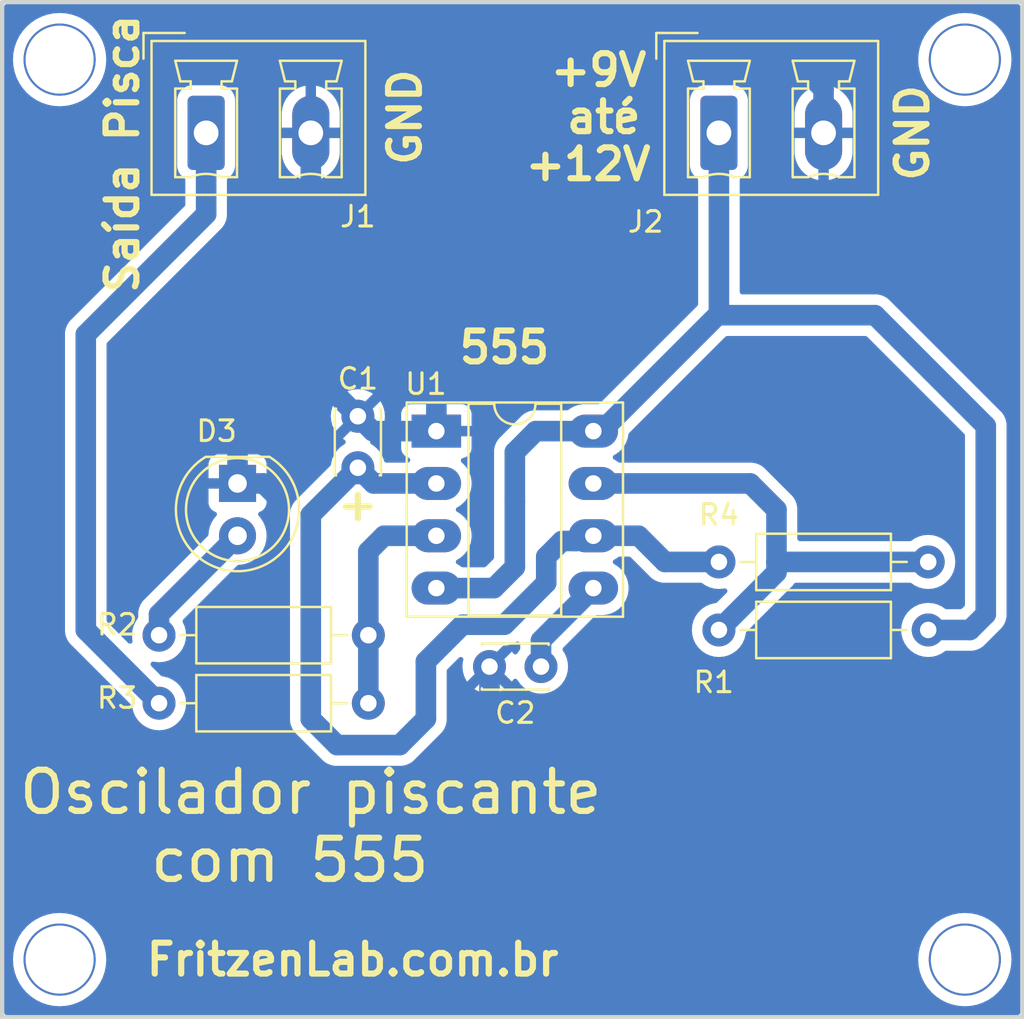
<source format=kicad_pcb>
(kicad_pcb (version 20240108) (generator "pcbnew") (generator_version "8.0")
  (layers (0 "F.Cu" signal) (31 "B.Cu" signal) (34 "B.Paste" user) (35 "F.Paste" user) (36 "B.SilkS" user "B.Silkscreen") (37 "F.SilkS" user "F.Silkscreen") (38 "B.Mask" user) (39 "F.Mask" user) (44 "Edge.Cuts" user))
  (net 0 "")
  (net 1 "VDC")
  (net 2 "Net-(U1-THR)")
  (net 3 "Net-(U1-CV)")
  (net 4 "Net-(D3-A)")
  (net 5 "Net-(J1-Pin_1)")
  (net 6 "GND")
  (net 7 "Net-(U1-DIS)")
  (net 8 "Net-(U1-Q)")
  (footprint "Resistor_THT:R_Axial_DIN0207_L6.3mm_D2.5mm_P10.16mm_Horizontal" (layer "F.Cu") (at 123.698 114.808)
    (property "Reference" "R2" (at -2.032 -0.508 0) (layer "F.SilkS"))
    (property "Value" "1k")
    (fp_line (start 1.04 0) (end 1.81 0) (stroke (width 0.12)) (layer "F.SilkS"))
    (fp_line (start 1.81 -1.37) (end 1.81 1.37) (stroke (width 0.12)) (layer "F.SilkS"))
    (fp_line (start 1.81 1.37) (end 8.35 1.37) (stroke (width 0.12)) (layer "F.SilkS"))
    (fp_line (start 8.35 -1.37) (end 1.81 -1.37) (stroke (width 0.12)) (layer "F.SilkS"))
    (fp_line (start 8.35 1.37) (end 8.35 -1.37) (stroke (width 0.12)) (layer "F.SilkS"))
    (fp_line (start 9.12 0) (end 8.35 0) (stroke (width 0.12)) (layer "F.SilkS"))
    (pad "1" thru_hole circle (at 0 0) (size 1.6 1.6) (drill 0.8) (layers "*.Cu" "*.Mask") (net 4 "Net-(D3-A)"))
    (pad "2" thru_hole oval (at 10.16 0) (size 1.6 1.6) (drill 0.8) (layers "*.Cu" "*.Mask") (net 8 "Net-(U1-Q)"))
  )
  (footprint "Resistor_THT:R_Axial_DIN0207_L6.3mm_D2.5mm_P10.16mm_Horizontal" (layer "F.Cu") (at 161.036 111.252 180)
    (property "Reference" "R4" (at 10.16 2.286 180) (layer "F.SilkS"))
    (property "Value" "1k")
    (fp_line (start 9.12 0) (end 8.35 0) (stroke (width 0.12)) (layer "F.SilkS"))
    (fp_line (start 8.35 1.37) (end 8.35 -1.37) (stroke (width 0.12)) (layer "F.SilkS"))
    (fp_line (start 8.35 -1.37) (end 1.81 -1.37) (stroke (width 0.12)) (layer "F.SilkS"))
    (fp_line (start 1.81 1.37) (end 8.35 1.37) (stroke (width 0.12)) (layer "F.SilkS"))
    (fp_line (start 1.81 -1.37) (end 1.81 1.37) (stroke (width 0.12)) (layer "F.SilkS"))
    (fp_line (start 1.04 0) (end 1.81 0) (stroke (width 0.12)) (layer "F.SilkS"))
    (pad "1" thru_hole circle (at 0 0 180) (size 1.6 1.6) (drill 0.8) (layers "*.Cu" "*.Mask") (net 7 "Net-(U1-DIS)"))
    (pad "2" thru_hole oval (at 10.16 0 180) (size 1.6 1.6) (drill 0.8) (layers "*.Cu" "*.Mask") (net 2 "Net-(U1-THR)"))
  )
  (footprint "Connector_Phoenix_MC_HighVoltage:PhoenixContact_MCV_1,5_2-G-5.08_1x02_P5.08mm_Vertical" (layer "F.Cu") (at 125.984 90.424)
    (property "Reference" "J1" (at 7.366 4.064 0) (layer "F.SilkS"))
    (property "Value" "Saída Piscante")
    (fp_line (start -3.04 -4.85) (end -1.04 -4.85) (stroke (width 0.12)) (layer "F.SilkS"))
    (fp_line (start -3.04 -3.6) (end -3.04 -4.85) (stroke (width 0.12)) (layer "F.SilkS"))
    (fp_line (start -2.65 -4.46) (end -2.65 3.01) (stroke (width 0.12)) (layer "F.SilkS"))
    (fp_line (start -2.65 3.01) (end 7.73 3.01) (stroke (width 0.12)) (layer "F.SilkS"))
    (fp_line (start -1.5 -3.5) (end 1.5 -3.5) (stroke (width 0.12)) (layer "F.SilkS"))
    (fp_line (start -1.5 -2.15) (end -0.75 -2.15) (stroke (width 0.12)) (layer "F.SilkS"))
    (fp_line (start -1.5 2.15) (end -1.5 -2.15) (stroke (width 0.12)) (layer "F.SilkS"))
    (fp_line (start -1.25 -2.5) (end -1.5 -3.5) (stroke (width 0.12)) (layer "F.SilkS"))
    (fp_line (start -0.75 -2.5) (end -1.25 -2.5) (stroke (width 0.12)) (layer "F.SilkS"))
    (fp_line (start -0.75 -2.15) (end -0.75 -2.5) (stroke (width 0.12)) (layer "F.SilkS"))
    (fp_line (start -0.75 2.15) (end -1.5 2.15) (stroke (width 0.12)) (layer "F.SilkS"))
    (fp_line (start 0.75 -2.5) (end 0.75 -2.15) (stroke (width 0.12)) (layer "F.SilkS"))
    (fp_line (start 0.75 -2.15) (end 1.5 -2.15) (stroke (width 0.12)) (layer "F.SilkS"))
    (fp_line (start 1.25 -2.5) (end 0.75 -2.5) (stroke (width 0.12)) (layer "F.SilkS"))
    (fp_line (start 1.5 -3.5) (end 1.25 -2.5) (stroke (width 0.12)) (layer "F.SilkS"))
    (fp_line (start 1.5 -2.15) (end 1.5 2.15) (stroke (width 0.12)) (layer "F.SilkS"))
    (fp_line (start 1.5 2.15) (end 0.75 2.15) (stroke (width 0.12)) (layer "F.SilkS"))
    (fp_line (start 3.58 -3.5) (end 6.58 -3.5) (stroke (width 0.12)) (layer "F.SilkS"))
    (fp_line (start 3.58 -2.15) (end 4.33 -2.15) (stroke (width 0.12)) (layer "F.SilkS"))
    (fp_line (start 3.58 2.15) (end 3.58 -2.15) (stroke (width 0.12)) (layer "F.SilkS"))
    (fp_line (start 3.83 -2.5) (end 3.58 -3.5) (stroke (width 0.12)) (layer "F.SilkS"))
    (fp_line (start 4.33 -2.5) (end 3.83 -2.5) (stroke (width 0.12)) (layer "F.SilkS"))
    (fp_line (start 4.33 -2.15) (end 4.33 -2.5) (stroke (width 0.12)) (layer "F.SilkS"))
    (fp_line (start 4.33 2.15) (end 3.58 2.15) (stroke (width 0.12)) (layer "F.SilkS"))
    (fp_line (start 5.83 -2.5) (end 5.83 -2.15) (stroke (width 0.12)) (layer "F.SilkS"))
    (fp_line (start 5.83 -2.15) (end 6.58 -2.15) (stroke (width 0.12)) (layer "F.SilkS"))
    (fp_line (start 6.33 -2.5) (end 5.83 -2.5) (stroke (width 0.12)) (layer "F.SilkS"))
    (fp_line (start 6.58 -3.5) (end 6.33 -2.5) (stroke (width 0.12)) (layer "F.SilkS"))
    (fp_line (start 6.58 -2.15) (end 6.58 2.15) (stroke (width 0.12)) (layer "F.SilkS"))
    (fp_line (start 6.58 2.15) (end 5.83 2.15) (stroke (width 0.12)) (layer "F.SilkS"))
    (fp_line (start 7.73 -4.46) (end -2.65 -4.46) (stroke (width 0.12)) (layer "F.SilkS"))
    (fp_line (start 7.73 3.01) (end 7.73 -4.46) (stroke (width 0.12)) (layer "F.SilkS"))
    (fp_arc (start -0.75 2.15) (mid -0.000193 1.99191) (end 0.749647 2.149844) (stroke (width 0.12)) (layer "F.SilkS"))
    (fp_arc (start 4.33 2.15) (mid 5.079807 1.99191) (end 5.829647 2.149844) (stroke (width 0.12)) (layer "F.SilkS"))
    (pad "1" thru_hole roundrect (at 0 0) (size 1.8 3.6) (drill 1.2) (layers "*.Cu" "*.Mask") (roundrect_rratio 0.138889) (net 5 "Net-(J1-Pin_1)"))
    (pad "2" thru_hole oval (at 5.08 0) (size 1.8 3.6) (drill 1.2) (layers "*.Cu" "*.Mask") (net 6 "GND"))
  )
  (footprint "Connector_Phoenix_MC_HighVoltage:PhoenixContact_MCV_1,5_2-G-5.08_1x02_P5.08mm_Vertical" (layer "F.Cu") (at 150.876 90.424)
    (property "Reference" "J2" (at -3.556 4.318 0) (layer "F.SilkS"))
    (property "Value" "Alimentação")
    (fp_line (start -3.04 -4.85) (end -1.04 -4.85) (stroke (width 0.12)) (layer "F.SilkS"))
    (fp_line (start -3.04 -3.6) (end -3.04 -4.85) (stroke (width 0.12)) (layer "F.SilkS"))
    (fp_line (start -2.65 -4.46) (end -2.65 3.01) (stroke (width 0.12)) (layer "F.SilkS"))
    (fp_line (start -2.65 3.01) (end 7.73 3.01) (stroke (width 0.12)) (layer "F.SilkS"))
    (fp_line (start -1.5 -3.5) (end 1.5 -3.5) (stroke (width 0.12)) (layer "F.SilkS"))
    (fp_line (start -1.5 -2.15) (end -0.75 -2.15) (stroke (width 0.12)) (layer "F.SilkS"))
    (fp_line (start -1.5 2.15) (end -1.5 -2.15) (stroke (width 0.12)) (layer "F.SilkS"))
    (fp_line (start -1.25 -2.5) (end -1.5 -3.5) (stroke (width 0.12)) (layer "F.SilkS"))
    (fp_line (start -0.75 -2.5) (end -1.25 -2.5) (stroke (width 0.12)) (layer "F.SilkS"))
    (fp_line (start -0.75 -2.15) (end -0.75 -2.5) (stroke (width 0.12)) (layer "F.SilkS"))
    (fp_line (start -0.75 2.15) (end -1.5 2.15) (stroke (width 0.12)) (layer "F.SilkS"))
    (fp_line (start 0.75 -2.5) (end 0.75 -2.15) (stroke (width 0.12)) (layer "F.SilkS"))
    (fp_line (start 0.75 -2.15) (end 1.5 -2.15) (stroke (width 0.12)) (layer "F.SilkS"))
    (fp_line (start 1.25 -2.5) (end 0.75 -2.5) (stroke (width 0.12)) (layer "F.SilkS"))
    (fp_line (start 1.5 -3.5) (end 1.25 -2.5) (stroke (width 0.12)) (layer "F.SilkS"))
    (fp_line (start 1.5 -2.15) (end 1.5 2.15) (stroke (width 0.12)) (layer "F.SilkS"))
    (fp_line (start 1.5 2.15) (end 0.75 2.15) (stroke (width 0.12)) (layer "F.SilkS"))
    (fp_line (start 3.58 -3.5) (end 6.58 -3.5) (stroke (width 0.12)) (layer "F.SilkS"))
    (fp_line (start 3.58 -2.15) (end 4.33 -2.15) (stroke (width 0.12)) (layer "F.SilkS"))
    (fp_line (start 3.58 2.15) (end 3.58 -2.15) (stroke (width 0.12)) (layer "F.SilkS"))
    (fp_line (start 3.83 -2.5) (end 3.58 -3.5) (stroke (width 0.12)) (layer "F.SilkS"))
    (fp_line (start 4.33 -2.5) (end 3.83 -2.5) (stroke (width 0.12)) (layer "F.SilkS"))
    (fp_line (start 4.33 -2.15) (end 4.33 -2.5) (stroke (width 0.12)) (layer "F.SilkS"))
    (fp_line (start 4.33 2.15) (end 3.58 2.15) (stroke (width 0.12)) (layer "F.SilkS"))
    (fp_line (start 5.83 -2.5) (end 5.83 -2.15) (stroke (width 0.12)) (layer "F.SilkS"))
    (fp_line (start 5.83 -2.15) (end 6.58 -2.15) (stroke (width 0.12)) (layer "F.SilkS"))
    (fp_line (start 6.33 -2.5) (end 5.83 -2.5) (stroke (width 0.12)) (layer "F.SilkS"))
    (fp_line (start 6.58 -3.5) (end 6.33 -2.5) (stroke (width 0.12)) (layer "F.SilkS"))
    (fp_line (start 6.58 -2.15) (end 6.58 2.15) (stroke (width 0.12)) (layer "F.SilkS"))
    (fp_line (start 6.58 2.15) (end 5.83 2.15) (stroke (width 0.12)) (layer "F.SilkS"))
    (fp_line (start 7.73 -4.46) (end -2.65 -4.46) (stroke (width 0.12)) (layer "F.SilkS"))
    (fp_line (start 7.73 3.01) (end 7.73 -4.46) (stroke (width 0.12)) (layer "F.SilkS"))
    (fp_arc (start -0.75 2.15) (mid -0.000193 1.99191) (end 0.749647 2.149844) (stroke (width 0.12)) (layer "F.SilkS"))
    (fp_arc (start 4.33 2.15) (mid 5.079807 1.99191) (end 5.829647 2.149844) (stroke (width 0.12)) (layer "F.SilkS"))
    (pad "1" thru_hole roundrect (at 0 0) (size 1.8 3.6) (drill 1.2) (layers "*.Cu" "*.Mask") (roundrect_rratio 0.138889) (net 1 "VDC"))
    (pad "2" thru_hole oval (at 5.08 0) (size 1.8 3.6) (drill 1.2) (layers "*.Cu" "*.Mask") (net 6 "GND"))
  )
  (footprint "Resistor_THT:R_Axial_DIN0207_L6.3mm_D2.5mm_P10.16mm_Horizontal" (layer "F.Cu") (at 161.036 114.554 180)
    (property "Reference" "R1" (at 10.414 -2.54 180) (layer "F.SilkS"))
    (property "Value" "1k")
    (fp_line (start 9.12 0) (end 8.35 0) (stroke (width 0.12)) (layer "F.SilkS"))
    (fp_line (start 8.35 1.37) (end 8.35 -1.37) (stroke (width 0.12)) (layer "F.SilkS"))
    (fp_line (start 8.35 -1.37) (end 1.81 -1.37) (stroke (width 0.12)) (layer "F.SilkS"))
    (fp_line (start 1.81 1.37) (end 8.35 1.37) (stroke (width 0.12)) (layer "F.SilkS"))
    (fp_line (start 1.81 -1.37) (end 1.81 1.37) (stroke (width 0.12)) (layer "F.SilkS"))
    (fp_line (start 1.04 0) (end 1.81 0) (stroke (width 0.12)) (layer "F.SilkS"))
    (pad "1" thru_hole circle (at 0 0 180) (size 1.6 1.6) (drill 0.8) (layers "*.Cu" "*.Mask") (net 1 "VDC"))
    (pad "2" thru_hole oval (at 10.16 0 180) (size 1.6 1.6) (drill 0.8) (layers "*.Cu" "*.Mask") (net 7 "Net-(U1-DIS)"))
  )
  (footprint "Resistor_THT:R_Axial_DIN0207_L6.3mm_D2.5mm_P10.16mm_Horizontal" (layer "F.Cu") (at 123.698 118.11)
    (property "Reference" "R3" (at -2.032 -0.254 0) (layer "F.SilkS"))
    (property "Value" "470r")
    (fp_line (start 1.04 0) (end 1.81 0) (stroke (width 0.12)) (layer "F.SilkS"))
    (fp_line (start 1.81 -1.37) (end 1.81 1.37) (stroke (width 0.12)) (layer "F.SilkS"))
    (fp_line (start 1.81 1.37) (end 8.35 1.37) (stroke (width 0.12)) (layer "F.SilkS"))
    (fp_line (start 8.35 -1.37) (end 1.81 -1.37) (stroke (width 0.12)) (layer "F.SilkS"))
    (fp_line (start 8.35 1.37) (end 8.35 -1.37) (stroke (width 0.12)) (layer "F.SilkS"))
    (fp_line (start 9.12 0) (end 8.35 0) (stroke (width 0.12)) (layer "F.SilkS"))
    (pad "1" thru_hole circle (at 0 0) (size 1.6 1.6) (drill 0.8) (layers "*.Cu" "*.Mask") (net 5 "Net-(J1-Pin_1)"))
    (pad "2" thru_hole oval (at 10.16 0) (size 1.6 1.6) (drill 0.8) (layers "*.Cu" "*.Mask") (net 8 "Net-(U1-Q)"))
  )
  (footprint "Package_DIP:DIP-8_W7.62mm_Socket_LongPads" (layer "F.Cu") (at 137.16 104.902)
    (property "Reference" "U1" (at -0.508 -2.286 0) (layer "F.SilkS"))
    (property "Value" "NE555")
    (fp_line (start -1.44 -1.39) (end -1.44 9.01) (stroke (width 0.12)) (layer "F.SilkS"))
    (fp_line (start -1.44 9.01) (end 9.06 9.01) (stroke (width 0.12)) (layer "F.SilkS"))
    (fp_line (start 1.56 -1.33) (end 1.56 8.95) (stroke (width 0.12)) (layer "F.SilkS"))
    (fp_line (start 1.56 8.95) (end 6.06 8.95) (stroke (width 0.12)) (layer "F.SilkS"))
    (fp_line (start 2.81 -1.33) (end 1.56 -1.33) (stroke (width 0.12)) (layer "F.SilkS"))
    (fp_line (start 6.06 -1.33) (end 4.81 -1.33) (stroke (width 0.12)) (layer "F.SilkS"))
    (fp_line (start 6.06 8.95) (end 6.06 -1.33) (stroke (width 0.12)) (layer "F.SilkS"))
    (fp_line (start 9.06 -1.39) (end -1.44 -1.39) (stroke (width 0.12)) (layer "F.SilkS"))
    (fp_line (start 9.06 9.01) (end 9.06 -1.39) (stroke (width 0.12)) (layer "F.SilkS"))
    (fp_arc (start 4.81 -1.33) (mid 3.81 -0.33) (end 2.81 -1.33) (stroke (width 0.12)) (layer "F.SilkS"))
    (pad "1" thru_hole rect (at 0 0) (size 2.4 1.6) (drill 0.8) (layers "*.Cu" "*.Mask") (net 6 "GND"))
    (pad "2" thru_hole oval (at 0 2.54) (size 2.4 1.6) (drill 0.8) (layers "*.Cu" "*.Mask") (net 2 "Net-(U1-THR)"))
    (pad "3" thru_hole oval (at 0 5.08) (size 2.4 1.6) (drill 0.8) (layers "*.Cu" "*.Mask") (net 8 "Net-(U1-Q)"))
    (pad "4" thru_hole oval (at 0 7.62) (size 2.4 1.6) (drill 0.8) (layers "*.Cu" "*.Mask") (net 1 "VDC"))
    (pad "5" thru_hole oval (at 7.62 7.62) (size 2.4 1.6) (drill 0.8) (layers "*.Cu" "*.Mask") (net 3 "Net-(U1-CV)"))
    (pad "6" thru_hole oval (at 7.62 5.08) (size 2.4 1.6) (drill 0.8) (layers "*.Cu" "*.Mask") (net 2 "Net-(U1-THR)"))
    (pad "7" thru_hole oval (at 7.62 2.54) (size 2.4 1.6) (drill 0.8) (layers "*.Cu" "*.Mask") (net 7 "Net-(U1-DIS)"))
    (pad "8" thru_hole oval (at 7.62 0) (size 2.4 1.6) (drill 0.8) (layers "*.Cu" "*.Mask") (net 1 "VDC"))
  )
  (footprint "LED_THT:LED_D5.0mm_Clear" (layer "F.Cu") (at 127.508 107.442 -90)
    (property "Reference" "D3" (at -2.54 1.016 0) (layer "F.SilkS"))
    (property "Value" "LED Verm.")
    (fp_line (start -1.29 -1.545) (end -1.29 1.545) (stroke (width 0.12)) (layer "F.SilkS"))
    (fp_arc (start 4.26 -0.000462) (mid 2.072002 2.880433) (end -1.29 1.54483) (stroke (width 0.12)) (layer "F.SilkS"))
    (fp_arc (start -1.29 -1.54483) (mid 2.072002 -2.880433) (end 4.26 0.000462) (stroke (width 0.12)) (layer "F.SilkS"))
    (fp_circle (center 1.27 0) (end 3.77 0) (stroke (width 0.12)) (fill none) (layer "F.SilkS"))
    (pad "1" thru_hole rect (at 0 0 270) (size 1.8 1.8) (drill 0.9) (layers "*.Cu" "*.Mask") (net 6 "GND"))
    (pad "2" thru_hole circle (at 2.54 0 270) (size 1.8 1.8) (drill 0.9) (layers "*.Cu" "*.Mask") (net 4 "Net-(D3-A)"))
  )
  (footprint "Capacitor_THT:C_Disc_D3.0mm_W2.0mm_P2.50mm" (layer "F.Cu") (at 133.35 106.68 90)
    (property "Reference" "C1" (at 4.318 0 180) (layer "F.SilkS"))
    (property "Value" "100n")
    (fp_line (start 2.87 -1.12) (end 2.87 -1.055) (stroke (width 0.12)) (layer "F.SilkS"))
    (fp_line (start -0.37 -1.12) (end 2.87 -1.12) (stroke (width 0.12)) (layer "F.SilkS"))
    (fp_line (start -0.37 -1.12) (end -0.37 -1.055) (stroke (width 0.12)) (layer "F.SilkS"))
    (fp_line (start 2.87 1.055) (end 2.87 1.12) (stroke (width 0.12)) (layer "F.SilkS"))
    (fp_line (start -0.37 1.055) (end -0.37 1.12) (stroke (width 0.12)) (layer "F.SilkS"))
    (fp_line (start -0.37 1.12) (end 2.87 1.12) (stroke (width 0.12)) (layer "F.SilkS"))
    (pad "1" thru_hole circle (at 0 0 90) (size 1.6 1.6) (drill 0.8) (layers "*.Cu" "*.Mask") (net 2 "Net-(U1-THR)"))
    (pad "2" thru_hole circle (at 2.5 0 90) (size 1.6 1.6) (drill 0.8) (layers "*.Cu" "*.Mask") (net 6 "GND"))
  )
  (footprint "Capacitor_THT:C_Disc_D3.0mm_W2.0mm_P2.50mm" (layer "F.Cu") (at 142.24 116.332 180)
    (property "Reference" "C2" (at 1.25 -2.25 180) (layer "F.SilkS"))
    (property "Value" "100n")
    (fp_line (start 2.87 1.055) (end 2.87 1.12) (stroke (width 0.12)) (layer "F.SilkS"))
    (fp_line (start 2.87 -1.12) (end 2.87 -1.055) (stroke (width 0.12)) (layer "F.SilkS"))
    (fp_line (start -0.37 1.12) (end 2.87 1.12) (stroke (width 0.12)) (layer "F.SilkS"))
    (fp_line (start -0.37 1.055) (end -0.37 1.12) (stroke (width 0.12)) (layer "F.SilkS"))
    (fp_line (start -0.37 -1.12) (end 2.87 -1.12) (stroke (width 0.12)) (layer "F.SilkS"))
    (fp_line (start -0.37 -1.12) (end -0.37 -1.055) (stroke (width 0.12)) (layer "F.SilkS"))
    (pad "1" thru_hole circle (at 0 0 180) (size 1.6 1.6) (drill 0.8) (layers "*.Cu" "*.Mask") (net 3 "Net-(U1-CV)"))
    (pad "2" thru_hole circle (at 2.5 0 180) (size 1.6 1.6) (drill 0.8) (layers "*.Cu" "*.Mask") (net 6 "GND"))
  )
  (gr_line (start 165.608 133.35) (end 116.078 133.35) (stroke (width 0.2)) (layer "Edge.Cuts"))
  (gr_line (start 116.078 133.35) (end 116.078 84.074) (stroke (width 0.2)) (layer "Edge.Cuts"))
  (gr_line (start 116.078 84.074) (end 165.608 84.074) (stroke (width 0.2)) (layer "Edge.Cuts"))
  (gr_line (start 165.608 84.074) (end 165.608 133.35) (stroke (width 0.2)) (layer "Edge.Cuts"))
  (gr_text "GND" (at 160.274 90.424 90) (layer "F.SilkS") (effects (font (size 1.5 1.5) (thickness 0.3))))
  (gr_text "+12V" (at 144.526 91.948 0) (layer "F.SilkS") (effects (font (size 1.5 1.5) (thickness 0.3))))
  (gr_text "+" (at 133.35 108.458 0) (layer "F.SilkS") (effects (font (size 1.5 1.5) (thickness 0.3))))
  (gr_text "Saída Pisca" (at 121.92 91.44 90) (layer "F.SilkS") (effects (font (size 1.5 1.5) (thickness 0.3))))
  (gr_text "555" (at 140.462 100.838 0) (layer "F.SilkS") (effects (font (size 1.5 1.5) (thickness 0.3))))
  (gr_text "+9V" (at 145.034 87.376 0) (layer "F.SilkS") (effects (font (size 1.5 1.5) (thickness 0.3))))
  (gr_text "FritzenLab.com.br" (at 133.096 130.556 0) (layer "F.SilkS") (effects (font (size 1.5 1.5) (thickness 0.3))))
  (gr_text "GND" (at 135.636 89.662 90) (layer "F.SilkS") (effects (font (size 1.5 1.5) (thickness 0.3))))
  (gr_text "com 555" (at 130.048 125.73 0) (layer "F.SilkS") (effects (font (size 2 2) (thickness 0.3))))
  (gr_text "Oscilador piscante" (at 131.064 122.428 0) (layer "F.SilkS") (effects (font (size 2 2) (thickness 0.3))))
  (gr_text "até" (at 145.288 89.662 0) (layer "F.SilkS") (effects (font (size 1.5 1.5) (thickness 0.3))))
  (via (at 118.872 130.556) (size 3.5) (drill 3.3) (layers "F.Cu" "B.Cu") (net 0))
  (via (at 162.814 130.556) (size 3.5) (drill 3.3) (layers "F.Cu" "B.Cu") (net 0))
  (via (at 118.872 86.868) (size 3.5) (drill 3.3) (layers "F.Cu" "B.Cu") (net 0))
  (via (at 162.814 86.868) (size 3.5) (drill 3.3) (layers "F.Cu" "B.Cu") (net 0))
  (segment (start 150.944 99.274) (end 150.876 99.206) (width 1) (layer "B.Cu") (net 1))
  (segment (start 141.986 104.902) (end 140.97 105.918) (width 1) (layer "B.Cu") (net 1))
  (segment (start 140.97 105.918) (end 140.97 108.312) (width 1) (layer "B.Cu") (net 1))
  (segment (start 150.876 99.206) (end 145.18 104.902) (width 1) (layer "B.Cu") (net 1))
  (segment (start 150.876 90.424) (end 150.876 99.206) (width 1) (layer "B.Cu") (net 1))
  (segment (start 137.56 112.522) (end 139.954 112.522) (width 1) (layer "B.Cu") (net 1))
  (segment (start 158.456 99.274) (end 150.944 99.274) (width 1) (layer "B.Cu") (net 1))
  (segment (start 139.954 112.522) (end 140.97 111.506) (width 1) (layer "B.Cu") (net 1))
  (segment (start 145.18 104.902) (end 144.78 104.902) (width 1) (layer "B.Cu") (net 1))
  (segment (start 161.036 114.554) (end 163.068 114.554) (width 1) (layer "B.Cu") (net 1))
  (segment (start 158.456 99.274) (end 163.83 104.648) (width 1) (layer "B.Cu") (net 1))
  (segment (start 137.16 112.522) (end 137.56 112.522) (width 1) (layer "B.Cu") (net 1))
  (segment (start 163.83 104.648) (end 163.83 113.792) (width 1) (layer "B.Cu") (net 1))
  (segment (start 144.78 104.902) (end 141.986 104.902) (width 1) (layer "B.Cu") (net 1))
  (segment (start 163.068 114.554) (end 163.83 113.792) (width 1) (layer "B.Cu") (net 1))
  (segment (start 140.97 111.506) (end 140.97 108.312) (width 1) (layer "B.Cu") (net 1))
  (segment (start 132.334 120.142) (end 131.064 118.872) (width 1) (layer "B.Cu") (net 2))
  (segment (start 146.98 109.982) (end 144.78 109.982) (width 1) (layer "B.Cu") (net 2))
  (segment (start 140.462 114.3) (end 138.43 114.3) (width 1) (layer "B.Cu") (net 2))
  (segment (start 131.064 108.966) (end 133.35 106.68) (width 1) (layer "B.Cu") (net 2))
  (segment (start 135.382 120.142) (end 132.334 120.142) (width 1) (layer "B.Cu") (net 2))
  (segment (start 131.064 118.872) (end 131.064 108.966) (width 1) (layer "B.Cu") (net 2))
  (segment (start 137.16 107.442) (end 134.112 107.442) (width 1) (layer "B.Cu") (net 2))
  (segment (start 144.78 109.982) (end 144.19107 109.982) (width 1) (layer "B.Cu") (net 2))
  (segment (start 143.93707 110.236) (end 143.256 110.236) (width 1) (layer "B.Cu") (net 2))
  (segment (start 138.43 114.3) (end 136.652 116.078) (width 1) (layer "B.Cu") (net 2))
  (segment (start 150.876 111.252) (end 148.25 111.252) (width 1) (layer "B.Cu") (net 2))
  (segment (start 136.652 116.078) (end 136.652 118.872) (width 1) (layer "B.Cu") (net 2))
  (segment (start 134.112 107.442) (end 133.35 106.68) (width 1) (layer "B.Cu") (net 2))
  (segment (start 142.494 110.998) (end 142.494 112.268) (width 1) (layer "B.Cu") (net 2))
  (segment (start 142.494 112.268) (end 140.462 114.3) (width 1) (layer "B.Cu") (net 2))
  (segment (start 148.25 111.252) (end 146.98 109.982) (width 1) (layer "B.Cu") (net 2))
  (segment (start 136.652 118.872) (end 135.382 120.142) (width 1) (layer "B.Cu") (net 2))
  (segment (start 144.19107 109.982) (end 143.93707 110.236) (width 1) (layer "B.Cu") (net 2))
  (segment (start 143.256 110.236) (end 142.494 110.998) (width 1) (layer "B.Cu") (net 2))
  (segment (start 142.24 116.332) (end 142.24 115.062) (width 1) (layer "B.Cu") (net 3))
  (segment (start 142.24 115.062) (end 144.78 112.522) (width 1) (layer "B.Cu") (net 3))
  (segment (start 123.698 114.808) (end 123.698 113.792) (width 1) (layer "B.Cu") (net 4))
  (segment (start 123.698 113.792) (end 127.508 109.982) (width 1) (layer "B.Cu") (net 4))
  (segment (start 120.142 114.554) (end 123.698 118.11) (width 1) (layer "B.Cu") (net 5))
  (segment (start 120.142 100.213002) (end 120.142 114.554) (width 1) (layer "B.Cu") (net 5))
  (segment (start 125.985001 91.870001) (end 125.985001 94.370001) (width 1) (layer "B.Cu") (net 5))
  (segment (start 125.985001 94.370001) (end 120.142 100.213002) (width 1) (layer "B.Cu") (net 5))
  (segment (start 131.065001 101.895001) (end 133.35 104.18) (width 1) (layer "B.Cu") (net 6))
  (segment (start 128.778 107.442) (end 129.54 108.204) (width 1) (layer "B.Cu") (net 6))
  (segment (start 131.065001 101.984999) (end 131.065001 101.895001) (width 1) (layer "B.Cu") (net 6))
  (segment (start 129.54 108.204) (end 129.54 120.904) (width 1) (layer "B.Cu") (net 6))
  (segment (start 137.922 122.174) (end 139.74 120.356) (width 1) (layer "B.Cu") (net 6))
  (segment (start 131.065001 91.870001) (end 131.065001 101.895001) (width 1) (layer "B.Cu") (net 6))
  (segment (start 155.956 88.30268) (end 154.77532 87.122) (width 1) (layer "B.Cu") (net 6))
  (segment (start 130.81 122.174) (end 137.922 122.174) (width 1) (layer "B.Cu") (net 6))
  (segment (start 137.16 104.902) (end 134.072 104.902) (width 1) (layer "B.Cu") (net 6))
  (segment (start 134.072 104.902) (end 133.35 104.18) (width 1) (layer "B.Cu") (net 6))
  (segment (start 127.508 107.442) (end 128.778 107.442) (width 1) (layer "B.Cu") (net 6))
  (segment (start 137.16 90.17) (end 137.16 104.902) (width 1) (layer "B.Cu") (net 6))
  (segment (start 155.956 90.424) (end 155.956 88.30268) (width 1) (layer "B.Cu") (net 6))
  (segment (start 129.54 120.904) (end 130.81 122.174) (width 1) (layer "B.Cu") (net 6))
  (segment (start 139.74 120.356) (end 139.74 116.332) (width 1) (layer "B.Cu") (net 6))
  (segment (start 154.77532 87.122) (end 140.208 87.122) (width 1) (layer "B.Cu") (net 6))
  (segment (start 140.208 87.122) (end 137.16 90.17) (width 1) (layer "B.Cu") (net 6))
  (segment (start 127.508 107.442) (end 127.508 105.542) (width 1) (layer "B.Cu") (net 6))
  (segment (start 127.508 105.542) (end 131.065001 101.984999) (width 1) (layer "B.Cu") (net 6))
  (segment (start 150.876 114.554) (end 153.67 111.76) (width 1) (layer "B.Cu") (net 7))
  (segment (start 152.4 107.442) (end 144.78 107.442) (width 1) (layer "B.Cu") (net 7))
  (segment (start 153.67 111.76) (end 153.67 111.252) (width 1) (layer "B.Cu") (net 7))
  (segment (start 153.67 108.712) (end 152.4 107.442) (width 1) (layer "B.Cu") (net 7))
  (segment (start 161.036 111.252) (end 153.67 111.252) (width 1) (layer "B.Cu") (net 7))
  (segment (start 153.67 111.252) (end 153.67 108.712) (width 1) (layer "B.Cu") (net 7))
  (segment (start 133.858 118.11) (end 133.858 114.808) (width 1) (layer "B.Cu") (net 8))
  (segment (start 133.858 110.744) (end 133.858 114.808) (width 1) (layer "B.Cu") (net 8))
  (segment (start 137.16 109.982) (end 134.62 109.982) (width 1) (layer "B.Cu") (net 8))
  (segment (start 134.62 109.982) (end 133.858 110.744) (width 1) (layer "B.Cu") (net 8))
  (zone (net 6) (net_name "GND") (layer "B.Cu") (connect_pads (clearance 0.508)) (min_thickness 0.254) (fill yes (thermal_gap 0.508) (thermal_bridge_width 0.508))
    (polygon (pts (xy 116.078 84.074) (xy 165.608 84.074) (xy 165.608 133.35) (xy 116.078 133.35)))
  )
)
</source>
